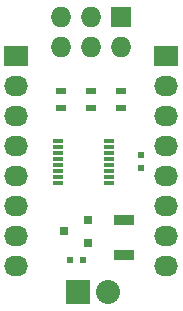
<source format=gbr>
G04 #@! TF.FileFunction,Soldermask,Top*
%FSLAX46Y46*%
G04 Gerber Fmt 4.6, Leading zero omitted, Abs format (unit mm)*
G04 Created by KiCad (PCBNEW no-vcs-found-product) date Sat 25 Jul 2015 04:50:57 PM PDT*
%MOMM*%
G01*
G04 APERTURE LIST*
%ADD10C,0.100000*%
%ADD11R,1.700000X0.900000*%
%ADD12R,1.727200X1.727200*%
%ADD13O,1.727200X1.727200*%
%ADD14R,2.032000X1.727200*%
%ADD15O,2.032000X1.727200*%
%ADD16R,0.800100X0.800100*%
%ADD17R,0.900000X0.500000*%
%ADD18R,0.889000X0.305000*%
%ADD19R,0.600000X0.500000*%
%ADD20R,0.500000X0.600000*%
%ADD21R,2.032000X2.032000*%
%ADD22O,2.032000X2.032000*%
G04 APERTURE END LIST*
D10*
D11*
X143764000Y-108278000D03*
X143764000Y-111178000D03*
D12*
X143510000Y-91059000D03*
D13*
X143510000Y-93599000D03*
X140970000Y-91059000D03*
X140970000Y-93599000D03*
X138430000Y-91059000D03*
X138430000Y-93599000D03*
D14*
X134620000Y-94361000D03*
D15*
X134620000Y-96901000D03*
X134620000Y-99441000D03*
X134620000Y-101981000D03*
X134620000Y-104521000D03*
X134620000Y-107061000D03*
X134620000Y-109601000D03*
X134620000Y-112141000D03*
D14*
X147320000Y-94361000D03*
D15*
X147320000Y-96901000D03*
X147320000Y-99441000D03*
X147320000Y-101981000D03*
X147320000Y-104521000D03*
X147320000Y-107061000D03*
X147320000Y-109601000D03*
X147320000Y-112141000D03*
D16*
X140688060Y-110157300D03*
X140688060Y-108257300D03*
X138689080Y-109207300D03*
D17*
X143510000Y-97294000D03*
X143510000Y-98794000D03*
X140970000Y-97294000D03*
X140970000Y-98794000D03*
X138430000Y-97294000D03*
X138430000Y-98794000D03*
D18*
X142497200Y-105076400D03*
X142497200Y-104576400D03*
X142497200Y-104076400D03*
X142497200Y-103576400D03*
X142497200Y-103076400D03*
X142497200Y-102576400D03*
X142497200Y-102076400D03*
X138157200Y-105076400D03*
X138157200Y-104576400D03*
X138157200Y-104076400D03*
X138157200Y-103576400D03*
X138157200Y-103076400D03*
X138157200Y-102576400D03*
X138157200Y-101576400D03*
X138157200Y-102076400D03*
X142497200Y-101576400D03*
D19*
X140237300Y-111620300D03*
X139137300Y-111620300D03*
D20*
X145161000Y-102726400D03*
X145161000Y-103826400D03*
D21*
X139827000Y-114300000D03*
D22*
X142367000Y-114300000D03*
M02*

</source>
